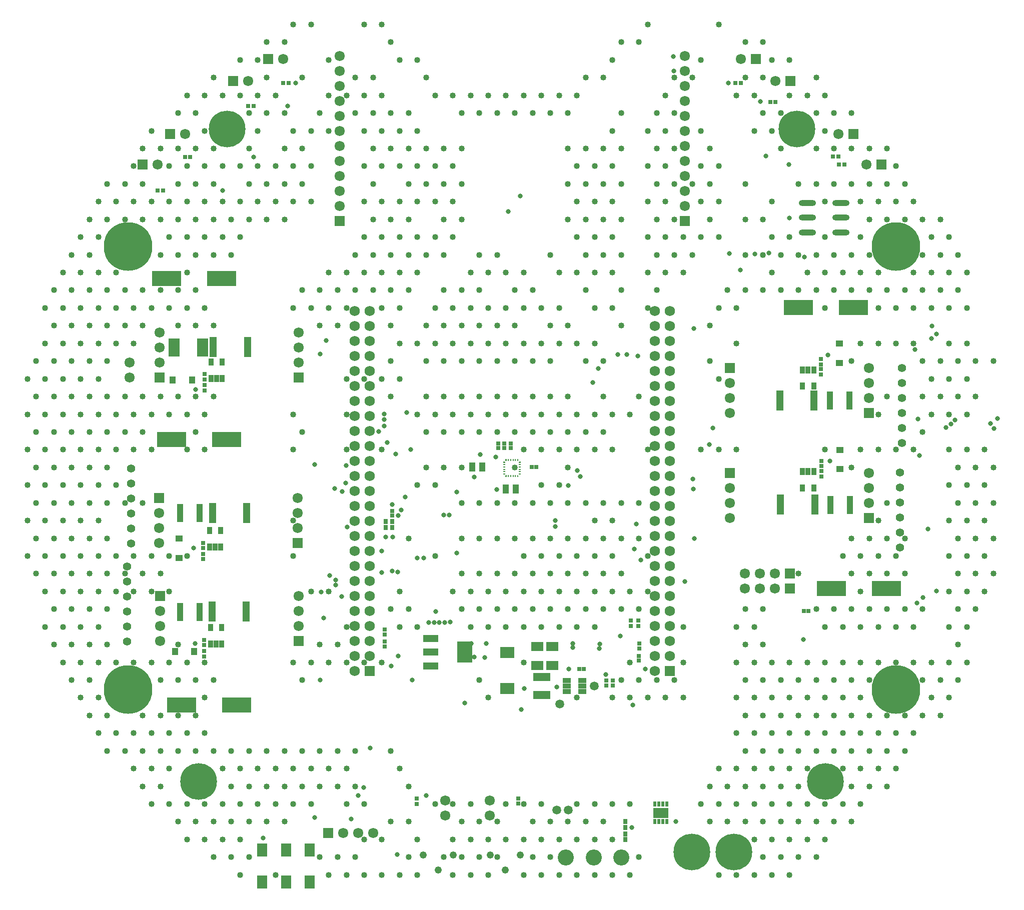
<source format=gts>
G04*
G04 #@! TF.GenerationSoftware,Altium Limited,Altium Designer,20.1.11 (218)*
G04*
G04 Layer_Color=8388736*
%FSLAX25Y25*%
%MOIN*%
G70*
G04*
G04 #@! TF.SameCoordinates,DC62774E-AE12-477B-97F5-19A81F94617E*
G04*
G04*
G04 #@! TF.FilePolarity,Negative*
G04*
G01*
G75*
%ADD22C,0.00709*%
%ADD23R,0.01378X0.00787*%
%ADD24R,0.00787X0.01378*%
%ADD42R,0.04134X0.11929*%
%ADD43R,0.03228X0.04803*%
%ADD44R,0.11496X0.05394*%
%ADD45R,0.09528X0.07559*%
%ADD46R,0.04213X0.05984*%
%ADD47R,0.02913X0.02913*%
%ADD48R,0.02913X0.02913*%
%ADD49R,0.04331X0.04882*%
%ADD50R,0.03032X0.02638*%
%ADD51R,0.04882X0.04331*%
%ADD52R,0.05394X0.03228*%
%ADD53R,0.10315X0.04803*%
%ADD54R,0.10315X0.13858*%
%ADD55O,0.11496X0.04016*%
%ADD56R,0.10118X0.07087*%
%ADD57R,0.02244X0.03622*%
%ADD58R,0.07165X0.08740*%
%ADD59R,0.19370X0.09921*%
%ADD60R,0.05000X0.13661*%
%ADD61R,0.08346X0.06181*%
%ADD62R,0.02835X0.03228*%
%ADD63R,0.07480X0.12480*%
%ADD64R,0.02638X0.03032*%
%ADD65C,0.06866*%
%ADD66R,0.06866X0.06866*%
%ADD67C,0.04803*%
%ADD68C,0.06772*%
%ADD69R,0.06772X0.06772*%
%ADD70R,0.06772X0.06772*%
%ADD71C,0.10709*%
%ADD72C,0.24488*%
%ADD73C,0.05591*%
%ADD74C,0.32362*%
%ADD75C,0.04016*%
%ADD76C,0.03228*%
%ADD77C,0.05866*%
G36*
X-4567Y-4012D02*
X-4886Y-4331D01*
X-5945D01*
Y-3543D01*
X-4567D01*
Y-4012D01*
D02*
G37*
G36*
X-3543Y-5945D02*
X-4331D01*
Y-4886D01*
X-4012Y-4567D01*
X-3543D01*
Y-5945D01*
D02*
G37*
G36*
X-4567Y4012D02*
Y3543D01*
X-5945D01*
Y4331D01*
X-4886D01*
X-4567Y4012D01*
D02*
G37*
G36*
X-3543Y4567D02*
X-4012D01*
X-4331Y4886D01*
Y5945D01*
X-3543D01*
Y4567D01*
D02*
G37*
G36*
X4331Y-4886D02*
Y-5945D01*
X3543D01*
Y-4567D01*
X4012D01*
X4331Y-4886D01*
D02*
G37*
G36*
X5945Y-4331D02*
X4886D01*
X4567Y-4012D01*
Y-3543D01*
X5945D01*
Y-4331D01*
D02*
G37*
G36*
X4331Y4886D02*
X4012Y4567D01*
X3543D01*
Y5945D01*
X4331D01*
Y4886D01*
D02*
G37*
G36*
X5945Y3543D02*
X4567D01*
Y4012D01*
X4886Y4331D01*
X5945D01*
Y3543D01*
D02*
G37*
D22*
X-5256Y-3937D02*
D03*
Y3937D02*
D03*
X5256D02*
D03*
Y-3937D02*
D03*
X-3937Y5256D02*
D03*
X3937D02*
D03*
Y-5256D02*
D03*
X-3937D02*
D03*
D23*
X-5256Y-2362D02*
D03*
Y-787D02*
D03*
Y787D02*
D03*
Y2362D02*
D03*
X5256D02*
D03*
Y787D02*
D03*
Y-787D02*
D03*
Y-2362D02*
D03*
D24*
X-2362Y5256D02*
D03*
X-787D02*
D03*
X787D02*
D03*
X2362D02*
D03*
Y-5256D02*
D03*
X787D02*
D03*
X-787D02*
D03*
X-2362D02*
D03*
D42*
X-208032Y-30047D02*
D03*
X-221102D02*
D03*
X-208032Y-95923D02*
D03*
X-221102D02*
D03*
X211870Y45197D02*
D03*
X224941D02*
D03*
X212067Y-24606D02*
D03*
X225138D02*
D03*
D43*
X-200591Y59842D02*
D03*
Y70669D02*
D03*
X-193110D02*
D03*
Y59842D02*
D03*
X-196850D02*
D03*
X-200787Y-117126D02*
D03*
X-197047D02*
D03*
X-193307D02*
D03*
Y-106299D02*
D03*
X-200787D02*
D03*
X-201476Y-52461D02*
D03*
X-197736D02*
D03*
X-193996D02*
D03*
Y-41634D02*
D03*
X-201476D02*
D03*
X201063Y-13216D02*
D03*
X193583D02*
D03*
Y-2390D02*
D03*
X197323D02*
D03*
X201063D02*
D03*
X201083Y54724D02*
D03*
X193602D02*
D03*
Y65551D02*
D03*
X197343D02*
D03*
X201083D02*
D03*
D44*
X19823Y-151209D02*
D03*
Y-139398D02*
D03*
D45*
X-3177Y-122803D02*
D03*
Y-146819D02*
D03*
D46*
X2559Y-14075D02*
D03*
X-4134D02*
D03*
X-19882Y787D02*
D03*
X-26575D02*
D03*
D47*
X16240D02*
D03*
X13091D02*
D03*
X194488Y-95276D02*
D03*
X197638D02*
D03*
X44748Y-133803D02*
D03*
X47898D02*
D03*
D48*
X-9252Y16550D02*
D03*
Y13401D02*
D03*
X-5118Y16550D02*
D03*
Y13401D02*
D03*
X-787Y16550D02*
D03*
Y13401D02*
D03*
X-79677Y-31721D02*
D03*
Y-28571D02*
D03*
X84685Y-125140D02*
D03*
Y-128289D02*
D03*
X84819Y-117069D02*
D03*
Y-120219D02*
D03*
X-84677Y-110878D02*
D03*
Y-107728D02*
D03*
Y-115728D02*
D03*
Y-118878D02*
D03*
D49*
X-224547Y-122384D02*
D03*
X-211673D02*
D03*
X-225965Y58563D02*
D03*
X-213090D02*
D03*
D50*
X-204980Y-125534D02*
D03*
Y-121990D02*
D03*
X206323Y1238D02*
D03*
Y4781D02*
D03*
X206004Y69193D02*
D03*
Y72736D02*
D03*
X-205669Y-60658D02*
D03*
Y-57114D02*
D03*
X-204725Y51703D02*
D03*
Y55246D02*
D03*
X-63484Y-220276D02*
D03*
Y-223819D02*
D03*
X84323Y-105213D02*
D03*
Y-101670D02*
D03*
X4232Y-220177D02*
D03*
Y-223721D02*
D03*
X62823Y-141532D02*
D03*
Y-145075D02*
D03*
X67170Y-145075D02*
D03*
Y-141532D02*
D03*
X79323Y-101670D02*
D03*
Y-105213D02*
D03*
X-204980Y-117996D02*
D03*
Y-114453D02*
D03*
X-205669Y-53319D02*
D03*
Y-49776D02*
D03*
X206323Y-5575D02*
D03*
Y-2032D02*
D03*
X205823Y62425D02*
D03*
Y65969D02*
D03*
X-204677Y59087D02*
D03*
Y62630D02*
D03*
D51*
X218405Y-671D02*
D03*
Y12203D02*
D03*
X218209Y70039D02*
D03*
Y82913D02*
D03*
X-221752Y-47008D02*
D03*
Y-59882D02*
D03*
D52*
X36705Y-141563D02*
D03*
Y-145303D02*
D03*
Y-149043D02*
D03*
X46941D02*
D03*
Y-145303D02*
D03*
Y-141563D02*
D03*
D53*
X-54177Y-113693D02*
D03*
Y-122748D02*
D03*
Y-131803D02*
D03*
D54*
X-31343Y-122748D02*
D03*
D55*
X219291Y157087D02*
D03*
Y166929D02*
D03*
Y176772D02*
D03*
X196850Y157087D02*
D03*
Y166929D02*
D03*
Y176772D02*
D03*
D56*
X99213Y-229823D02*
D03*
D57*
X95374Y-224016D02*
D03*
X97933D02*
D03*
X100492D02*
D03*
X103051D02*
D03*
Y-235630D02*
D03*
X100492D02*
D03*
X97933D02*
D03*
X95374D02*
D03*
D58*
X-134843Y-254528D02*
D03*
Y-275787D02*
D03*
X-166339D02*
D03*
Y-254528D02*
D03*
X-150591Y-275787D02*
D03*
Y-254528D02*
D03*
D59*
X-193602Y126279D02*
D03*
X-230217D02*
D03*
X-183366Y-157874D02*
D03*
X-219980D02*
D03*
X-226870Y18996D02*
D03*
X-190256D02*
D03*
X212795Y-80118D02*
D03*
X249409D02*
D03*
X190847Y106988D02*
D03*
X227461D02*
D03*
D60*
X-199094Y80858D02*
D03*
X-176260D02*
D03*
X-177063Y-95724D02*
D03*
X-199898D02*
D03*
X-176752Y-30047D02*
D03*
X-199587D02*
D03*
X201740Y-24303D02*
D03*
X178905D02*
D03*
X201240Y45197D02*
D03*
X178405D02*
D03*
D61*
X16964Y-131507D02*
D03*
Y-118909D02*
D03*
X26823Y-131507D02*
D03*
Y-118909D02*
D03*
D62*
X75394Y-247736D02*
D03*
Y-243799D02*
D03*
X-84153Y-35728D02*
D03*
Y-39665D02*
D03*
X-79823Y-35671D02*
D03*
Y-39608D02*
D03*
X75394Y-239567D02*
D03*
Y-235630D02*
D03*
D63*
X-225087Y80358D02*
D03*
X-206268D02*
D03*
D64*
X-217913Y207382D02*
D03*
X-214370D02*
D03*
X217421Y207874D02*
D03*
X213878D02*
D03*
X221555Y202260D02*
D03*
X218012D02*
D03*
X-232480Y185039D02*
D03*
X-236024D02*
D03*
X-152362Y256791D02*
D03*
X-148819D02*
D03*
X175689Y244142D02*
D03*
X172146D02*
D03*
X-175689Y241535D02*
D03*
X-172146D02*
D03*
X152461Y256594D02*
D03*
X148917D02*
D03*
D65*
X95323Y104697D02*
D03*
X105323D02*
D03*
X95323Y94697D02*
D03*
X105323D02*
D03*
X95323Y84697D02*
D03*
X105323D02*
D03*
X95323Y74697D02*
D03*
X105323D02*
D03*
X95323Y64697D02*
D03*
X105323D02*
D03*
X95323Y54697D02*
D03*
X105323D02*
D03*
X95323Y44697D02*
D03*
X105323D02*
D03*
X95323Y34697D02*
D03*
X105323D02*
D03*
X95323Y24697D02*
D03*
X105323D02*
D03*
X95323Y14697D02*
D03*
X105323D02*
D03*
X95323Y4697D02*
D03*
X105323D02*
D03*
X95323Y-5303D02*
D03*
X105323D02*
D03*
X95323Y-15303D02*
D03*
X105323D02*
D03*
X95323Y-25303D02*
D03*
X105323D02*
D03*
X95323Y-35303D02*
D03*
X105323D02*
D03*
X95323Y-45303D02*
D03*
X105323D02*
D03*
X95323Y-55303D02*
D03*
X105323D02*
D03*
X95323Y-65303D02*
D03*
X105323D02*
D03*
X95323Y-75303D02*
D03*
X105323D02*
D03*
X95323Y-85303D02*
D03*
X105323D02*
D03*
X95323Y-95303D02*
D03*
X105323D02*
D03*
X95323Y-105303D02*
D03*
X105323D02*
D03*
X95323Y-115303D02*
D03*
X105323D02*
D03*
X95323Y-125303D02*
D03*
X105323D02*
D03*
X95323Y-135303D02*
D03*
X-104677Y104697D02*
D03*
X-94677D02*
D03*
X-104677Y94697D02*
D03*
X-94677D02*
D03*
X-104677Y84697D02*
D03*
X-94677D02*
D03*
X-104677Y74697D02*
D03*
X-94677D02*
D03*
X-104677Y64697D02*
D03*
X-94677D02*
D03*
X-104677Y54697D02*
D03*
X-94677D02*
D03*
X-104677Y44697D02*
D03*
X-94677D02*
D03*
X-104677Y34697D02*
D03*
X-94677D02*
D03*
X-104677Y24697D02*
D03*
X-94677D02*
D03*
X-104677Y14697D02*
D03*
X-94677D02*
D03*
X-104677Y4697D02*
D03*
X-94677D02*
D03*
X-104677Y-5303D02*
D03*
X-94677D02*
D03*
X-104677Y-15303D02*
D03*
X-94677D02*
D03*
X-104677Y-25303D02*
D03*
X-94677D02*
D03*
X-104677Y-35303D02*
D03*
X-94677D02*
D03*
X-104677Y-45303D02*
D03*
X-94677D02*
D03*
X-104677Y-55303D02*
D03*
X-94677D02*
D03*
X-104677Y-65303D02*
D03*
X-94677D02*
D03*
X-104677Y-75303D02*
D03*
X-94677D02*
D03*
X-104677Y-85303D02*
D03*
X-94677D02*
D03*
X-104677Y-95303D02*
D03*
X-94677D02*
D03*
X-104677Y-105303D02*
D03*
X-94677D02*
D03*
X-104677Y-115303D02*
D03*
X-94677D02*
D03*
X-104677Y-125303D02*
D03*
X-94677D02*
D03*
X-104677Y-135303D02*
D03*
D66*
X105323D02*
D03*
X-94677D02*
D03*
D67*
X-14429Y-257913D02*
D03*
X5571D02*
D03*
X-4429Y-267913D02*
D03*
X-59016Y-257913D02*
D03*
X-39016D02*
D03*
X-49016Y-267913D02*
D03*
D68*
X-92559Y-243307D02*
D03*
X-102559D02*
D03*
X-112559D02*
D03*
X-152480Y272764D02*
D03*
X217711Y222711D02*
D03*
X115323Y174697D02*
D03*
Y184697D02*
D03*
Y194697D02*
D03*
Y204697D02*
D03*
Y214697D02*
D03*
Y224697D02*
D03*
Y234697D02*
D03*
Y244697D02*
D03*
Y254697D02*
D03*
Y264697D02*
D03*
Y274697D02*
D03*
X155323Y-80303D02*
D03*
X165323D02*
D03*
X175323D02*
D03*
Y-70303D02*
D03*
X165323D02*
D03*
X155323D02*
D03*
X-234646Y90335D02*
D03*
Y80335D02*
D03*
Y70335D02*
D03*
X145323Y-13303D02*
D03*
Y-23303D02*
D03*
Y-33303D02*
D03*
X-44390Y-221772D02*
D03*
Y-231772D02*
D03*
X-114677Y174697D02*
D03*
Y184697D02*
D03*
Y194697D02*
D03*
Y204697D02*
D03*
Y214697D02*
D03*
Y224697D02*
D03*
Y234697D02*
D03*
Y244697D02*
D03*
Y254697D02*
D03*
Y264697D02*
D03*
Y274697D02*
D03*
X237823Y-23303D02*
D03*
Y-13303D02*
D03*
Y-3303D02*
D03*
X-235169Y-50047D02*
D03*
Y-40047D02*
D03*
Y-30047D02*
D03*
X-142669Y-20047D02*
D03*
Y-30047D02*
D03*
Y-40047D02*
D03*
X237823Y46697D02*
D03*
Y56697D02*
D03*
Y66697D02*
D03*
X145323Y56697D02*
D03*
Y46697D02*
D03*
Y36697D02*
D03*
X-234480Y-115224D02*
D03*
Y-105224D02*
D03*
Y-95224D02*
D03*
X-141980Y-85224D02*
D03*
Y-95224D02*
D03*
Y-105224D02*
D03*
X-254725Y70379D02*
D03*
Y60379D02*
D03*
X-14665Y-221772D02*
D03*
Y-231772D02*
D03*
X-142146Y90335D02*
D03*
Y80335D02*
D03*
Y70335D02*
D03*
X175654Y258001D02*
D03*
X-175654Y258001D02*
D03*
X152480Y272764D02*
D03*
X-217711Y222711D02*
D03*
X236274Y202453D02*
D03*
X-236274Y202453D02*
D03*
D69*
X-122559Y-243307D02*
D03*
X-162480Y272764D02*
D03*
X227711Y222711D02*
D03*
X185323Y-80303D02*
D03*
Y-70303D02*
D03*
X185654Y258001D02*
D03*
X-185654Y258001D02*
D03*
X162480Y272764D02*
D03*
X-227711Y222711D02*
D03*
X246274Y202453D02*
D03*
X-246274Y202453D02*
D03*
D70*
X115323Y164697D02*
D03*
X-234646Y60335D02*
D03*
X145323Y-3303D02*
D03*
X-114677Y164697D02*
D03*
X237823Y-33303D02*
D03*
X-235169Y-20047D02*
D03*
X-142669Y-50047D02*
D03*
X237823Y36697D02*
D03*
X145323Y66697D02*
D03*
X-234480Y-85224D02*
D03*
X-141980Y-115224D02*
D03*
X-142146Y60335D02*
D03*
D71*
X36024Y-259547D02*
D03*
X54528D02*
D03*
X73032D02*
D03*
D72*
X147953Y-255807D02*
D03*
X119764Y-255807D02*
D03*
X-189799Y226194D02*
D03*
X189799D02*
D03*
X208791Y-208791D02*
D03*
X-208791D02*
D03*
D73*
X-256299Y-115630D02*
D03*
Y-105630D02*
D03*
Y-95630D02*
D03*
Y-85630D02*
D03*
Y-75630D02*
D03*
Y-65630D02*
D03*
X259744Y16809D02*
D03*
Y26809D02*
D03*
Y36809D02*
D03*
Y46809D02*
D03*
Y56809D02*
D03*
Y66809D02*
D03*
X258563Y-53014D02*
D03*
Y-43014D02*
D03*
Y-33014D02*
D03*
Y-23014D02*
D03*
Y-13014D02*
D03*
Y-3014D02*
D03*
X-253839Y-50413D02*
D03*
Y-40413D02*
D03*
Y-30413D02*
D03*
Y-20413D02*
D03*
Y-10413D02*
D03*
Y-413D02*
D03*
D74*
X255716Y147638D02*
D03*
Y-147638D02*
D03*
X-255716Y-147638D02*
D03*
Y147638D02*
D03*
D75*
X291357Y12268D02*
D03*
Y-11355D02*
D03*
Y-34977D02*
D03*
Y-82221D02*
D03*
Y-58599D02*
D03*
Y-105843D02*
D03*
X308849Y71323D02*
D03*
X320838D02*
D03*
X314933Y12268D02*
D03*
X320838Y457D02*
D03*
X314933Y-11355D02*
D03*
X320838Y-23166D02*
D03*
X314933Y-34977D02*
D03*
X320838Y-46788D02*
D03*
X314933Y-58599D02*
D03*
X320838Y-70410D02*
D03*
X314933Y-82221D02*
D03*
X303122Y130378D02*
D03*
Y106756D02*
D03*
Y83134D02*
D03*
Y59512D02*
D03*
X309027Y47701D02*
D03*
X303122Y35890D02*
D03*
Y12268D02*
D03*
X309027Y457D02*
D03*
X303122Y-11355D02*
D03*
X309027Y-23166D02*
D03*
X303122Y-34977D02*
D03*
X309027Y-46788D02*
D03*
X303122Y-58599D02*
D03*
X309027Y-70410D02*
D03*
X303122Y-82221D02*
D03*
X309027Y-94032D02*
D03*
X303122Y-105843D02*
D03*
Y-129465D02*
D03*
X291311Y154000D02*
D03*
X297216Y142189D02*
D03*
X291311Y130378D02*
D03*
X297216Y118567D02*
D03*
X291311Y106756D02*
D03*
Y83134D02*
D03*
X297216Y71323D02*
D03*
X291311Y59512D02*
D03*
X297216Y47701D02*
D03*
X291311Y35890D02*
D03*
X297216Y457D02*
D03*
Y-23166D02*
D03*
Y-46788D02*
D03*
Y-70410D02*
D03*
Y-94032D02*
D03*
Y-117654D02*
D03*
X291311Y-129465D02*
D03*
X297216Y-141276D02*
D03*
X291311Y-153087D02*
D03*
X285405Y165811D02*
D03*
X279500Y154000D02*
D03*
X285405Y142189D02*
D03*
X279500Y130378D02*
D03*
X285405Y118567D02*
D03*
X279500Y106756D02*
D03*
X285405Y71323D02*
D03*
X279500Y59512D02*
D03*
X285405Y47701D02*
D03*
X279500Y35890D02*
D03*
Y-129465D02*
D03*
X285405Y-141276D02*
D03*
X279500Y-153087D02*
D03*
X285405Y-164898D02*
D03*
X267689Y177622D02*
D03*
X273594Y165811D02*
D03*
Y142189D02*
D03*
X267689Y130378D02*
D03*
X273594Y118567D02*
D03*
X267689Y106756D02*
D03*
Y83134D02*
D03*
X273594Y71323D02*
D03*
Y47701D02*
D03*
Y24079D02*
D03*
X267689Y12268D02*
D03*
X273594Y-94032D02*
D03*
X267689Y-105843D02*
D03*
Y-129465D02*
D03*
X273594Y-141276D02*
D03*
Y-164898D02*
D03*
X267689Y-176709D02*
D03*
X255878Y201244D02*
D03*
X261783Y189433D02*
D03*
X255878Y177622D02*
D03*
X261783Y165811D02*
D03*
Y118567D02*
D03*
X255878Y106756D02*
D03*
Y83134D02*
D03*
Y12268D02*
D03*
X261783Y-46788D02*
D03*
X255878Y-58599D02*
D03*
X261783Y-70410D02*
D03*
Y-94032D02*
D03*
X255878Y-105843D02*
D03*
Y-129465D02*
D03*
X261783Y-164898D02*
D03*
X255878Y-176709D02*
D03*
X261783Y-188520D02*
D03*
X255878Y-200331D02*
D03*
X249972Y213055D02*
D03*
Y189433D02*
D03*
X244067Y177622D02*
D03*
X249972Y165811D02*
D03*
X244067Y130378D02*
D03*
X249972Y118567D02*
D03*
X244067Y106756D02*
D03*
Y83134D02*
D03*
X249972Y47701D02*
D03*
X244067Y35890D02*
D03*
Y12268D02*
D03*
X249972Y-23166D02*
D03*
X244067Y-34977D02*
D03*
X249972Y-46788D02*
D03*
X244067Y-58599D02*
D03*
X249972Y-70410D02*
D03*
Y-94032D02*
D03*
X244067Y-105843D02*
D03*
Y-129465D02*
D03*
X249972Y-164898D02*
D03*
X244067Y-176709D02*
D03*
X249972Y-188520D02*
D03*
X244067Y-200331D02*
D03*
X249972Y-212142D02*
D03*
X238161Y213055D02*
D03*
Y189433D02*
D03*
X232256Y177622D02*
D03*
X238161Y165811D02*
D03*
X232256Y154000D02*
D03*
X238161Y142189D02*
D03*
X232256Y130378D02*
D03*
X238161Y118567D02*
D03*
X232256Y83134D02*
D03*
Y12268D02*
D03*
X238161Y-46788D02*
D03*
X232256Y-58599D02*
D03*
X238161Y-70410D02*
D03*
X232256Y-82221D02*
D03*
X238161Y-94032D02*
D03*
X232256Y-105843D02*
D03*
Y-129465D02*
D03*
X238161Y-141276D02*
D03*
X232256Y-153087D02*
D03*
X238161Y-164898D02*
D03*
X232256Y-176709D02*
D03*
X238161Y-188520D02*
D03*
X232256Y-200331D02*
D03*
X238161Y-212142D02*
D03*
X232256Y-223953D02*
D03*
X226350Y236677D02*
D03*
Y213055D02*
D03*
Y189433D02*
D03*
Y142189D02*
D03*
X220445Y130378D02*
D03*
X226350Y118567D02*
D03*
Y71323D02*
D03*
Y457D02*
D03*
Y-46788D02*
D03*
X220445Y-58599D02*
D03*
X226350Y-70410D02*
D03*
Y-94032D02*
D03*
X220445Y-105843D02*
D03*
Y-129465D02*
D03*
X226350Y-141276D02*
D03*
X220445Y-153087D02*
D03*
X226350Y-164898D02*
D03*
X220445Y-176709D02*
D03*
X226350Y-188520D02*
D03*
X220445Y-200331D02*
D03*
X226350Y-212142D02*
D03*
X220445Y-223953D02*
D03*
X226350Y-235764D02*
D03*
X208634Y248488D02*
D03*
X214539Y236677D02*
D03*
X208634Y224866D02*
D03*
X214539Y213055D02*
D03*
Y189433D02*
D03*
X208634Y177622D02*
D03*
Y154000D02*
D03*
X214539Y142189D02*
D03*
X208634Y130378D02*
D03*
X214539Y118567D02*
D03*
X208634Y106756D02*
D03*
Y12268D02*
D03*
X214539Y-94032D02*
D03*
X208634Y-105843D02*
D03*
Y-129465D02*
D03*
X214539Y-141276D02*
D03*
X208634Y-153087D02*
D03*
X214539Y-164898D02*
D03*
X208634Y-176709D02*
D03*
X214539Y-188520D02*
D03*
X208634Y-223953D02*
D03*
X214539Y-235764D02*
D03*
X208634Y-247575D02*
D03*
X202728Y260299D02*
D03*
X196823Y248488D02*
D03*
X202728Y236677D02*
D03*
Y213055D02*
D03*
Y189433D02*
D03*
Y142189D02*
D03*
X196823Y130378D02*
D03*
X202728Y118567D02*
D03*
Y-94032D02*
D03*
X196823Y-129465D02*
D03*
X202728Y-141276D02*
D03*
X196823Y-153087D02*
D03*
X202728Y-164898D02*
D03*
X196823Y-176709D02*
D03*
X202728Y-188520D02*
D03*
X196823Y-200331D02*
D03*
Y-223953D02*
D03*
X202728Y-235764D02*
D03*
X196823Y-247575D02*
D03*
X202728Y-259386D02*
D03*
X185012Y272110D02*
D03*
Y248488D02*
D03*
X190917Y189433D02*
D03*
X185012Y154000D02*
D03*
X190917Y142189D02*
D03*
Y118567D02*
D03*
Y-70410D02*
D03*
X185012Y-129465D02*
D03*
X190917Y-141276D02*
D03*
X185012Y-153087D02*
D03*
X190917Y-164898D02*
D03*
X185012Y-176709D02*
D03*
X190917Y-188520D02*
D03*
X185012Y-200331D02*
D03*
X190917Y-212142D02*
D03*
X185012Y-223953D02*
D03*
X190917Y-235764D02*
D03*
X185012Y-247575D02*
D03*
X190917Y-259386D02*
D03*
X185012Y-271197D02*
D03*
X173201Y272110D02*
D03*
X179106Y236677D02*
D03*
X173201Y224866D02*
D03*
X179106Y213055D02*
D03*
X173201Y177622D02*
D03*
Y154000D02*
D03*
X179106Y142189D02*
D03*
X173201Y130378D02*
D03*
X179106Y118567D02*
D03*
X173201Y-129465D02*
D03*
X179106Y-141276D02*
D03*
X173201Y-153087D02*
D03*
X179106Y-164898D02*
D03*
X173201Y-176709D02*
D03*
X179106Y-188520D02*
D03*
X173201Y-200331D02*
D03*
X179106Y-212142D02*
D03*
X173201Y-223953D02*
D03*
X179106Y-235764D02*
D03*
X173201Y-247575D02*
D03*
X179106Y-259386D02*
D03*
X173201Y-271197D02*
D03*
X167295Y283921D02*
D03*
Y260299D02*
D03*
X161390Y248488D02*
D03*
X167295Y236677D02*
D03*
X161390Y224866D02*
D03*
X167295Y165811D02*
D03*
Y142189D02*
D03*
Y118567D02*
D03*
Y-94032D02*
D03*
X161390Y-105843D02*
D03*
X167295Y-117654D02*
D03*
X161390Y-129465D02*
D03*
X167295Y-141276D02*
D03*
X161390Y-153087D02*
D03*
X167295Y-164898D02*
D03*
X161390Y-176709D02*
D03*
X167295Y-188520D02*
D03*
X161390Y-200331D02*
D03*
X167295Y-212142D02*
D03*
X161390Y-223953D02*
D03*
X167295Y-235764D02*
D03*
X161390Y-247575D02*
D03*
X167295Y-259386D02*
D03*
X161390Y-271197D02*
D03*
X155484Y283921D02*
D03*
Y260299D02*
D03*
X149578Y248488D02*
D03*
X155484Y189433D02*
D03*
Y165811D02*
D03*
Y142189D02*
D03*
Y118567D02*
D03*
X149578Y106756D02*
D03*
Y83134D02*
D03*
Y12268D02*
D03*
X155484Y-94032D02*
D03*
X149578Y-105843D02*
D03*
X155484Y-117654D02*
D03*
X149578Y-129465D02*
D03*
X155484Y-141276D02*
D03*
X149578Y-153087D02*
D03*
X155484Y-164898D02*
D03*
X149578Y-176709D02*
D03*
X155484Y-188520D02*
D03*
X149578Y-200331D02*
D03*
X155484Y-212142D02*
D03*
X149578Y-223953D02*
D03*
X155484Y-235764D02*
D03*
X149578Y-271197D02*
D03*
X137768Y295732D02*
D03*
Y201244D02*
D03*
Y177622D02*
D03*
Y154000D02*
D03*
X143673Y118567D02*
D03*
X137768Y106756D02*
D03*
Y59512D02*
D03*
Y12268D02*
D03*
Y-200331D02*
D03*
X143673Y-212142D02*
D03*
X137768Y-223953D02*
D03*
X143673Y-235764D02*
D03*
X137768Y-271197D02*
D03*
X125956Y272110D02*
D03*
Y224866D02*
D03*
X131862Y213055D02*
D03*
X125956Y201244D02*
D03*
X131862Y189433D02*
D03*
X125956Y177622D02*
D03*
X131862Y165811D02*
D03*
X125956Y154000D02*
D03*
X131862Y94945D02*
D03*
Y71323D02*
D03*
X125956Y12268D02*
D03*
X131862Y-212142D02*
D03*
X125956Y-223953D02*
D03*
X131862Y-235764D02*
D03*
X120051Y260299D02*
D03*
Y189433D02*
D03*
X114145Y154000D02*
D03*
X120051Y142189D02*
D03*
X114145Y130378D02*
D03*
Y-105843D02*
D03*
Y-129465D02*
D03*
Y-153087D02*
D03*
X108240Y260299D02*
D03*
X102334Y248488D02*
D03*
X108240Y236677D02*
D03*
X102334Y224866D02*
D03*
X108240Y213055D02*
D03*
X102334Y201244D02*
D03*
X108240Y189433D02*
D03*
X102334Y177622D02*
D03*
X108240Y165811D02*
D03*
X102334Y154000D02*
D03*
X108240Y142189D02*
D03*
X102334Y130378D02*
D03*
X108240Y-141276D02*
D03*
X102334Y-153087D02*
D03*
X90523Y295732D02*
D03*
X96429Y236677D02*
D03*
X90523Y224866D02*
D03*
X96429Y213055D02*
D03*
X90523Y201244D02*
D03*
X96429Y189433D02*
D03*
X90523Y177622D02*
D03*
X96429Y165811D02*
D03*
X90523Y154000D02*
D03*
X96429Y142189D02*
D03*
X90523Y130378D02*
D03*
X96429Y118567D02*
D03*
X90523Y106756D02*
D03*
Y12268D02*
D03*
Y-58599D02*
D03*
Y-82221D02*
D03*
X96429Y-141276D02*
D03*
X90523Y-153087D02*
D03*
X84618Y283921D02*
D03*
Y47701D02*
D03*
X78712Y35890D02*
D03*
X84618Y-23166D02*
D03*
Y-46788D02*
D03*
X78712Y-82221D02*
D03*
X84618Y-94032D02*
D03*
X78712Y-129465D02*
D03*
X84618Y-141276D02*
D03*
X78712Y-153087D02*
D03*
Y-223953D02*
D03*
X84618Y-259386D02*
D03*
X78712Y-271197D02*
D03*
X72807Y283921D02*
D03*
X66901Y272110D02*
D03*
X72807Y236677D02*
D03*
X66901Y224866D02*
D03*
X72807Y213055D02*
D03*
X66901Y201244D02*
D03*
X72807Y189433D02*
D03*
X66901Y177622D02*
D03*
X72807Y165811D02*
D03*
X66901Y154000D02*
D03*
X72807Y142189D02*
D03*
X66901Y130378D02*
D03*
X72807Y118567D02*
D03*
X66901Y106756D02*
D03*
X72807Y94945D02*
D03*
X66901Y35890D02*
D03*
Y12268D02*
D03*
X72807Y-23166D02*
D03*
X66901Y-34977D02*
D03*
X72807Y-46788D02*
D03*
X66901Y-58599D02*
D03*
X72807Y-70410D02*
D03*
X66901Y-82221D02*
D03*
X72807Y-94032D02*
D03*
Y-141276D02*
D03*
X66901Y-153087D02*
D03*
Y-223953D02*
D03*
Y-247575D02*
D03*
Y-271197D02*
D03*
X60996Y260299D02*
D03*
Y213055D02*
D03*
X55090Y201244D02*
D03*
X60996Y189433D02*
D03*
X55090Y177622D02*
D03*
X60996Y165811D02*
D03*
X55090Y154000D02*
D03*
X60996Y142189D02*
D03*
X55090Y130378D02*
D03*
Y106756D02*
D03*
Y83134D02*
D03*
X60996Y71323D02*
D03*
Y47701D02*
D03*
X55090Y35890D02*
D03*
X60996Y24079D02*
D03*
X55090Y12268D02*
D03*
X60996Y-23166D02*
D03*
X55090Y-34977D02*
D03*
X60996Y-46788D02*
D03*
X55090Y-58599D02*
D03*
X60996Y-70410D02*
D03*
X55090Y-82221D02*
D03*
X60996Y-94032D02*
D03*
X55090Y-105843D02*
D03*
Y-223953D02*
D03*
X60996Y-235764D02*
D03*
X55090Y-247575D02*
D03*
Y-271197D02*
D03*
X49185Y260299D02*
D03*
X43279Y248488D02*
D03*
X49185Y213055D02*
D03*
X43279Y201244D02*
D03*
X49185Y189433D02*
D03*
X43279Y177622D02*
D03*
X49185Y165811D02*
D03*
X43279Y154000D02*
D03*
X49185Y142189D02*
D03*
X43279Y130378D02*
D03*
X49185Y118567D02*
D03*
X43279Y83134D02*
D03*
X49185Y71323D02*
D03*
X43279Y35890D02*
D03*
X49185Y24079D02*
D03*
X43279Y12268D02*
D03*
X49185Y-23166D02*
D03*
Y-46788D02*
D03*
X43279Y-58599D02*
D03*
X49185Y-70410D02*
D03*
X43279Y-82221D02*
D03*
X49185Y-94032D02*
D03*
X43279Y-105843D02*
D03*
Y-153087D02*
D03*
Y-223953D02*
D03*
X49185Y-235764D02*
D03*
X43279Y-247575D02*
D03*
Y-271197D02*
D03*
X31468Y248488D02*
D03*
X37374Y236677D02*
D03*
Y213055D02*
D03*
Y189433D02*
D03*
Y165811D02*
D03*
X31468Y130378D02*
D03*
Y106756D02*
D03*
X37374Y94945D02*
D03*
X31468Y83134D02*
D03*
X37374Y47701D02*
D03*
X31468Y35890D02*
D03*
X37374Y24079D02*
D03*
X31468Y12268D02*
D03*
X37374Y457D02*
D03*
X31468Y-11355D02*
D03*
X37374Y-23166D02*
D03*
Y-46788D02*
D03*
X31468Y-58599D02*
D03*
X37374Y-70410D02*
D03*
X31468Y-82221D02*
D03*
X37374Y-94032D02*
D03*
X31468Y-105843D02*
D03*
X37374Y-235764D02*
D03*
X31468Y-247575D02*
D03*
Y-271197D02*
D03*
X19657Y248488D02*
D03*
X25563Y236677D02*
D03*
Y142189D02*
D03*
X19657Y106756D02*
D03*
X25563Y94945D02*
D03*
X19657Y83134D02*
D03*
X25563Y71323D02*
D03*
Y47701D02*
D03*
X19657Y35890D02*
D03*
X25563Y24079D02*
D03*
X19657Y12268D02*
D03*
Y-11355D02*
D03*
X25563Y-23166D02*
D03*
Y-46788D02*
D03*
X19657Y-58599D02*
D03*
X25563Y-70410D02*
D03*
X19657Y-82221D02*
D03*
X25563Y-94032D02*
D03*
X19657Y-105843D02*
D03*
Y-223953D02*
D03*
X25563Y-235764D02*
D03*
X19657Y-247575D02*
D03*
X25563Y-259386D02*
D03*
X19657Y-271197D02*
D03*
X7846Y248488D02*
D03*
X13752Y236677D02*
D03*
X7846Y130378D02*
D03*
X13752Y118567D02*
D03*
X7846Y106756D02*
D03*
Y83134D02*
D03*
X13752Y71323D02*
D03*
Y47701D02*
D03*
X7846Y35890D02*
D03*
X13752Y24079D02*
D03*
X7846Y12268D02*
D03*
X13752Y-23166D02*
D03*
Y-46788D02*
D03*
X7846Y-58599D02*
D03*
X13752Y-70410D02*
D03*
X7846Y-82221D02*
D03*
X13752Y-94032D02*
D03*
X7846Y-105843D02*
D03*
Y-129465D02*
D03*
Y-223953D02*
D03*
X13752Y-235764D02*
D03*
X7846Y-247575D02*
D03*
X13752Y-259386D02*
D03*
X7846Y-271197D02*
D03*
X-3965Y248488D02*
D03*
X1941Y236677D02*
D03*
X-3965Y130378D02*
D03*
X1941Y118567D02*
D03*
X-3965Y106756D02*
D03*
X1941Y94945D02*
D03*
X-3965Y83134D02*
D03*
X1941Y71323D02*
D03*
Y47701D02*
D03*
X-3965Y35890D02*
D03*
X1941Y24079D02*
D03*
Y457D02*
D03*
Y-23166D02*
D03*
Y-46788D02*
D03*
Y-70410D02*
D03*
X-3965Y-82221D02*
D03*
X1941Y-94032D02*
D03*
X-3965Y-105843D02*
D03*
Y-223953D02*
D03*
Y-247575D02*
D03*
X-15776Y248488D02*
D03*
X-9870Y236677D02*
D03*
Y142189D02*
D03*
X-15776Y130378D02*
D03*
Y106756D02*
D03*
X-9870Y94945D02*
D03*
X-15776Y83134D02*
D03*
X-9870Y71323D02*
D03*
Y47701D02*
D03*
X-15776Y35890D02*
D03*
X-9870Y24079D02*
D03*
Y-23166D02*
D03*
Y-46788D02*
D03*
Y-70410D02*
D03*
X-15776Y-82221D02*
D03*
X-9870Y-94032D02*
D03*
X-15776Y-105843D02*
D03*
Y-153087D02*
D03*
X-9870Y-235764D02*
D03*
X-15776Y-247575D02*
D03*
X-9870Y-259386D02*
D03*
X-15776Y-271197D02*
D03*
X-27587Y248488D02*
D03*
X-21681Y236677D02*
D03*
Y142189D02*
D03*
X-27587Y130378D02*
D03*
X-21681Y118567D02*
D03*
X-27587Y106756D02*
D03*
X-21681Y94945D02*
D03*
X-27587Y83134D02*
D03*
X-21681Y71323D02*
D03*
Y47701D02*
D03*
X-27587Y35890D02*
D03*
X-21681Y24079D02*
D03*
Y-23166D02*
D03*
Y-46788D02*
D03*
Y-70410D02*
D03*
X-27587Y-82221D02*
D03*
X-21681Y-94032D02*
D03*
X-27587Y-105843D02*
D03*
X-21681Y-141276D02*
D03*
X-27587Y-223953D02*
D03*
X-21681Y-235764D02*
D03*
X-27587Y-247575D02*
D03*
X-21681Y-259386D02*
D03*
X-27587Y-271197D02*
D03*
X-39398Y248488D02*
D03*
X-33492Y236677D02*
D03*
Y213055D02*
D03*
X-39398Y201244D02*
D03*
X-33492Y189433D02*
D03*
X-39398Y177622D02*
D03*
X-33492Y165811D02*
D03*
X-39398Y154000D02*
D03*
X-33492Y118567D02*
D03*
X-39398Y106756D02*
D03*
X-33492Y94945D02*
D03*
X-39398Y83134D02*
D03*
X-33492Y71323D02*
D03*
Y47701D02*
D03*
X-39398Y35890D02*
D03*
X-33492Y24079D02*
D03*
Y457D02*
D03*
Y-23166D02*
D03*
Y-46788D02*
D03*
Y-70410D02*
D03*
X-39398Y-82221D02*
D03*
X-33492Y-94032D02*
D03*
X-39398Y-223953D02*
D03*
X-33492Y-235764D02*
D03*
X-39398Y-247575D02*
D03*
X-33492Y-259386D02*
D03*
X-39398Y-271197D02*
D03*
X-51209Y248488D02*
D03*
X-45303Y213055D02*
D03*
X-51209Y201244D02*
D03*
X-45303Y189433D02*
D03*
X-51209Y177622D02*
D03*
X-45303Y165811D02*
D03*
X-51209Y154000D02*
D03*
X-45303Y142189D02*
D03*
Y118567D02*
D03*
X-51209Y106756D02*
D03*
X-45303Y94945D02*
D03*
X-51209Y83134D02*
D03*
X-45303Y71323D02*
D03*
Y47701D02*
D03*
X-51209Y35890D02*
D03*
X-45303Y24079D02*
D03*
Y457D02*
D03*
X-51209Y-11355D02*
D03*
Y-58599D02*
D03*
Y-223953D02*
D03*
X-45303Y-259386D02*
D03*
X-63020Y272110D02*
D03*
X-57114Y260299D02*
D03*
X-63020Y224866D02*
D03*
X-57114Y213055D02*
D03*
X-63020Y201244D02*
D03*
X-57114Y189433D02*
D03*
X-63020Y177622D02*
D03*
Y154000D02*
D03*
X-57114Y142189D02*
D03*
X-63020Y130378D02*
D03*
X-57114Y94945D02*
D03*
X-63020Y83134D02*
D03*
X-57114Y71323D02*
D03*
Y47701D02*
D03*
X-63020Y35890D02*
D03*
X-57114Y24079D02*
D03*
Y457D02*
D03*
X-63020Y-11355D02*
D03*
Y-105843D02*
D03*
Y-247575D02*
D03*
Y-271197D02*
D03*
X-74831Y272110D02*
D03*
X-68925Y236677D02*
D03*
X-74831Y224866D02*
D03*
X-68925Y213055D02*
D03*
X-74831Y201244D02*
D03*
X-68925Y189433D02*
D03*
X-74831Y177622D02*
D03*
X-68925Y165811D02*
D03*
X-74831Y154000D02*
D03*
X-68925Y142189D02*
D03*
X-74831Y130378D02*
D03*
X-68925Y118567D02*
D03*
X-74831Y106756D02*
D03*
Y83134D02*
D03*
Y59512D02*
D03*
X-68925Y-46788D02*
D03*
X-74831Y-82221D02*
D03*
X-68925Y-94032D02*
D03*
X-74831Y-105843D02*
D03*
Y-200331D02*
D03*
X-68925Y-212142D02*
D03*
Y-235764D02*
D03*
Y-259386D02*
D03*
X-74831Y-271197D02*
D03*
X-86642Y295732D02*
D03*
X-80736Y283921D02*
D03*
X-86642Y248488D02*
D03*
X-80736Y236677D02*
D03*
X-86642Y224866D02*
D03*
X-80736Y213055D02*
D03*
X-86642Y201244D02*
D03*
Y177622D02*
D03*
X-80736Y165811D02*
D03*
X-86642Y154000D02*
D03*
X-80736Y142189D02*
D03*
X-86642Y130378D02*
D03*
X-80736Y118567D02*
D03*
X-86642Y106756D02*
D03*
X-80736Y94945D02*
D03*
Y71323D02*
D03*
X-86642Y59512D02*
D03*
X-80736Y47701D02*
D03*
X-86642Y12268D02*
D03*
X-80736Y-94032D02*
D03*
X-86642Y-129465D02*
D03*
X-80736Y-188520D02*
D03*
Y-235764D02*
D03*
X-86642Y-247575D02*
D03*
Y-271197D02*
D03*
X-98453Y295732D02*
D03*
X-92547Y260299D02*
D03*
X-98453Y248488D02*
D03*
X-92547Y236677D02*
D03*
X-98453Y224866D02*
D03*
X-92547Y213055D02*
D03*
X-98453Y201244D02*
D03*
X-92547Y189433D02*
D03*
X-98453Y177622D02*
D03*
X-92547Y165811D02*
D03*
X-98453Y154000D02*
D03*
X-92547Y142189D02*
D03*
X-98453Y130378D02*
D03*
X-92547Y118567D02*
D03*
X-98453Y59512D02*
D03*
Y-129465D02*
D03*
Y-223953D02*
D03*
Y-247575D02*
D03*
Y-271197D02*
D03*
X-104358Y260299D02*
D03*
X-110264Y248488D02*
D03*
X-104358Y236677D02*
D03*
Y142189D02*
D03*
X-110264Y130378D02*
D03*
X-104358Y118567D02*
D03*
X-110264Y106756D02*
D03*
Y59512D02*
D03*
Y35890D02*
D03*
Y12268D02*
D03*
Y-105843D02*
D03*
Y-129465D02*
D03*
X-104358Y-188520D02*
D03*
X-110264Y-200331D02*
D03*
X-104358Y-212142D02*
D03*
X-110264Y-223953D02*
D03*
X-104358Y-259386D02*
D03*
X-110264Y-271197D02*
D03*
X-122075Y272110D02*
D03*
Y248488D02*
D03*
Y224866D02*
D03*
Y130378D02*
D03*
X-116170Y118567D02*
D03*
X-122075Y106756D02*
D03*
X-116170Y94945D02*
D03*
X-122075Y-82221D02*
D03*
X-116170Y-117654D02*
D03*
X-122075Y-129465D02*
D03*
X-116170Y-188520D02*
D03*
X-122075Y-200331D02*
D03*
X-116170Y-212142D02*
D03*
Y-259386D02*
D03*
X-122075Y-271197D02*
D03*
X-133886Y295732D02*
D03*
X-127980Y236677D02*
D03*
X-133886Y224866D02*
D03*
Y201244D02*
D03*
Y177622D02*
D03*
X-127980Y118567D02*
D03*
X-133886Y106756D02*
D03*
X-127980Y94945D02*
D03*
X-133886Y-82221D02*
D03*
X-127980Y-117654D02*
D03*
X-133886Y-129465D02*
D03*
X-127980Y-188520D02*
D03*
X-133886Y-200331D02*
D03*
X-127980Y-212142D02*
D03*
X-133886Y-223953D02*
D03*
X-127980Y-259386D02*
D03*
X-145697Y295732D02*
D03*
X-139792Y260299D02*
D03*
X-145697Y224866D02*
D03*
X-139792Y213055D02*
D03*
X-145697Y201244D02*
D03*
X-139792Y189433D02*
D03*
X-145697Y177622D02*
D03*
X-139792Y118567D02*
D03*
X-145697Y106756D02*
D03*
Y35890D02*
D03*
X-139792Y24079D02*
D03*
X-145697Y12268D02*
D03*
Y-34977D02*
D03*
Y-58599D02*
D03*
Y-129465D02*
D03*
X-139792Y-141276D02*
D03*
Y-188520D02*
D03*
X-145697Y-200331D02*
D03*
X-139792Y-212142D02*
D03*
X-145697Y-223953D02*
D03*
X-151602Y283921D02*
D03*
X-157508Y248488D02*
D03*
X-151602Y236677D02*
D03*
Y213055D02*
D03*
X-157508Y201244D02*
D03*
X-151602Y189433D02*
D03*
X-157508Y177622D02*
D03*
X-151602Y165811D02*
D03*
Y-188520D02*
D03*
X-157508Y-200331D02*
D03*
X-151602Y-212142D02*
D03*
X-157508Y-223953D02*
D03*
X-151602Y-235764D02*
D03*
X-157508Y-271197D02*
D03*
X-163414Y283921D02*
D03*
X-169319Y272110D02*
D03*
X-163414Y260299D02*
D03*
X-169319Y248488D02*
D03*
X-163414Y236677D02*
D03*
X-169319Y224866D02*
D03*
Y201244D02*
D03*
X-163414Y189433D02*
D03*
X-169319Y177622D02*
D03*
X-163414Y165811D02*
D03*
Y-188520D02*
D03*
X-169319Y-200331D02*
D03*
X-163414Y-212142D02*
D03*
X-169319Y-223953D02*
D03*
X-163414Y-235764D02*
D03*
X-181130Y272110D02*
D03*
Y248488D02*
D03*
X-175225Y236677D02*
D03*
Y213055D02*
D03*
X-181130Y201244D02*
D03*
X-175225Y189433D02*
D03*
X-181130Y177622D02*
D03*
X-175225Y165811D02*
D03*
X-181130Y154000D02*
D03*
X-175225Y-188520D02*
D03*
X-181130Y-200331D02*
D03*
X-175225Y-212142D02*
D03*
X-181130Y-223953D02*
D03*
X-175225Y-235764D02*
D03*
X-181130Y-247575D02*
D03*
X-175225Y-259386D02*
D03*
X-181130Y-271197D02*
D03*
X-192941Y248488D02*
D03*
Y201244D02*
D03*
Y177622D02*
D03*
X-187036Y165811D02*
D03*
X-192941Y154000D02*
D03*
X-187036Y142189D02*
D03*
Y-188520D02*
D03*
X-192941Y-200331D02*
D03*
X-187036Y-212142D02*
D03*
X-192941Y-223953D02*
D03*
X-187036Y-235764D02*
D03*
X-192941Y-247575D02*
D03*
X-187036Y-259386D02*
D03*
X-198847Y260299D02*
D03*
X-204752Y248488D02*
D03*
Y224866D02*
D03*
X-198847Y213055D02*
D03*
X-204752Y201244D02*
D03*
X-198847Y189433D02*
D03*
X-204752Y177622D02*
D03*
X-198847Y165811D02*
D03*
X-204752Y154000D02*
D03*
X-198847Y142189D02*
D03*
X-204752Y106756D02*
D03*
X-198847Y94945D02*
D03*
Y47701D02*
D03*
X-204752Y35890D02*
D03*
Y12268D02*
D03*
Y-129465D02*
D03*
X-198847Y-141276D02*
D03*
X-204752Y-153087D02*
D03*
Y-176709D02*
D03*
X-198847Y-188520D02*
D03*
X-204752Y-223953D02*
D03*
X-198847Y-235764D02*
D03*
X-204752Y-247575D02*
D03*
X-198847Y-259386D02*
D03*
X-216563Y248488D02*
D03*
X-210658Y236677D02*
D03*
Y213055D02*
D03*
X-216563Y201244D02*
D03*
X-210658Y189433D02*
D03*
X-216563Y177622D02*
D03*
X-210658Y165811D02*
D03*
X-216563Y154000D02*
D03*
X-210658Y142189D02*
D03*
X-216563Y130378D02*
D03*
X-210658Y118567D02*
D03*
X-216563Y106756D02*
D03*
X-210658Y94945D02*
D03*
Y47701D02*
D03*
X-216563Y35890D02*
D03*
X-210658Y24079D02*
D03*
X-216563Y12268D02*
D03*
Y-58599D02*
D03*
Y-129465D02*
D03*
X-210658Y-141276D02*
D03*
Y-164898D02*
D03*
X-216563Y-176709D02*
D03*
X-210658Y-188520D02*
D03*
X-216563Y-223953D02*
D03*
X-210658Y-235764D02*
D03*
X-216563Y-247575D02*
D03*
X-222469Y236677D02*
D03*
Y213055D02*
D03*
X-228374Y201244D02*
D03*
X-222469Y189433D02*
D03*
X-228374Y177622D02*
D03*
X-222469Y165811D02*
D03*
X-228374Y154000D02*
D03*
X-222469Y142189D02*
D03*
Y118567D02*
D03*
X-228374Y106756D02*
D03*
X-222469Y94945D02*
D03*
Y47701D02*
D03*
X-228374Y35890D02*
D03*
Y-58599D02*
D03*
Y-82221D02*
D03*
X-222469Y-117654D02*
D03*
X-228374Y-129465D02*
D03*
X-222469Y-141276D02*
D03*
Y-164898D02*
D03*
X-228374Y-176709D02*
D03*
X-222469Y-188520D02*
D03*
X-228374Y-200331D02*
D03*
Y-223953D02*
D03*
X-222469Y-235764D02*
D03*
X-240185Y224866D02*
D03*
X-234280Y213055D02*
D03*
X-240185Y177622D02*
D03*
X-234280Y165811D02*
D03*
Y142189D02*
D03*
Y118567D02*
D03*
X-240185Y106756D02*
D03*
X-234280Y47701D02*
D03*
X-240185Y35890D02*
D03*
Y12268D02*
D03*
Y-58599D02*
D03*
X-234280Y-70410D02*
D03*
X-240185Y-82221D02*
D03*
Y-129465D02*
D03*
X-234280Y-141276D02*
D03*
Y-164898D02*
D03*
X-240185Y-176709D02*
D03*
X-234280Y-188520D02*
D03*
X-240185Y-200331D02*
D03*
X-234280Y-212142D02*
D03*
X-240185Y-223953D02*
D03*
X-246091Y213055D02*
D03*
X-251996Y201244D02*
D03*
X-246091Y189433D02*
D03*
X-251996Y177622D02*
D03*
X-246091Y165811D02*
D03*
Y118567D02*
D03*
X-251996Y106756D02*
D03*
X-246091Y94945D02*
D03*
X-251996Y83134D02*
D03*
X-246091Y47701D02*
D03*
X-251996Y35890D02*
D03*
X-246091Y24079D02*
D03*
X-251996Y12268D02*
D03*
X-246091Y-23166D02*
D03*
X-251996Y-58599D02*
D03*
X-246091Y-70410D02*
D03*
X-251996Y-82221D02*
D03*
Y-129465D02*
D03*
X-246091Y-164898D02*
D03*
X-251996Y-176709D02*
D03*
X-246091Y-188520D02*
D03*
X-251996Y-200331D02*
D03*
X-246091Y-212142D02*
D03*
X-257902Y189433D02*
D03*
X-263807Y177622D02*
D03*
X-257902Y165811D02*
D03*
X-263807Y130378D02*
D03*
X-257902Y118567D02*
D03*
X-263807Y106756D02*
D03*
X-257902Y94945D02*
D03*
X-263807Y83134D02*
D03*
X-257902Y47701D02*
D03*
X-263807Y35890D02*
D03*
X-257902Y24079D02*
D03*
X-263807Y12268D02*
D03*
Y-11355D02*
D03*
X-257902Y-23166D02*
D03*
X-263807Y-58599D02*
D03*
X-257902Y-70410D02*
D03*
X-263807Y-82221D02*
D03*
Y-129465D02*
D03*
Y-176709D02*
D03*
X-257902Y-188520D02*
D03*
X-269713Y189433D02*
D03*
X-275618Y177622D02*
D03*
X-269713Y165811D02*
D03*
X-275618Y154000D02*
D03*
Y130378D02*
D03*
X-269713Y118567D02*
D03*
X-275618Y106756D02*
D03*
X-269713Y94945D02*
D03*
X-275618Y83134D02*
D03*
X-269713Y71323D02*
D03*
X-275618Y59512D02*
D03*
X-269713Y47701D02*
D03*
X-275618Y35890D02*
D03*
X-269713Y24079D02*
D03*
X-275618Y12268D02*
D03*
X-269713Y457D02*
D03*
X-275618Y-11355D02*
D03*
X-269713Y-23166D02*
D03*
X-275618Y-34977D02*
D03*
X-269713Y-46788D02*
D03*
X-275618Y-58599D02*
D03*
X-269713Y-70410D02*
D03*
X-275618Y-82221D02*
D03*
X-269713Y-94032D02*
D03*
X-275618Y-105843D02*
D03*
X-269713Y-117654D02*
D03*
X-275618Y-129465D02*
D03*
Y-153087D02*
D03*
X-269713Y-164898D02*
D03*
X-275618Y-176709D02*
D03*
X-269713Y-188520D02*
D03*
X-281524Y165811D02*
D03*
X-287429Y154000D02*
D03*
X-281524Y142189D02*
D03*
X-287429Y130378D02*
D03*
X-281524Y118567D02*
D03*
X-287429Y106756D02*
D03*
X-281524Y94945D02*
D03*
X-287429Y83134D02*
D03*
X-281524Y71323D02*
D03*
X-287429Y59512D02*
D03*
X-281524Y47701D02*
D03*
X-287429Y35890D02*
D03*
X-281524Y24079D02*
D03*
X-287429Y12268D02*
D03*
X-281524Y457D02*
D03*
X-287429Y-11355D02*
D03*
X-281524Y-23166D02*
D03*
X-287429Y-34977D02*
D03*
X-281524Y-46788D02*
D03*
X-287429Y-58599D02*
D03*
X-281524Y-70410D02*
D03*
X-287429Y-82221D02*
D03*
X-281524Y-94032D02*
D03*
X-287429Y-105843D02*
D03*
X-281524Y-117654D02*
D03*
X-287429Y-129465D02*
D03*
X-281524Y-141276D02*
D03*
X-287429Y-153087D02*
D03*
X-281524Y-164898D02*
D03*
X-293335Y142189D02*
D03*
X-299240Y130378D02*
D03*
X-293335Y118567D02*
D03*
X-299240Y106756D02*
D03*
X-293335Y94945D02*
D03*
X-299240Y83134D02*
D03*
X-293335Y71323D02*
D03*
X-299240Y59512D02*
D03*
X-293335Y47701D02*
D03*
X-299240Y35890D02*
D03*
X-293335Y24079D02*
D03*
X-299240Y12268D02*
D03*
X-293335Y457D02*
D03*
X-299240Y-11355D02*
D03*
X-293335Y-23166D02*
D03*
X-299240Y-34977D02*
D03*
X-293335Y-46788D02*
D03*
X-299240Y-58599D02*
D03*
X-293335Y-70410D02*
D03*
X-299240Y-82221D02*
D03*
X-293335Y-94032D02*
D03*
X-299240Y-105843D02*
D03*
X-293335Y-117654D02*
D03*
X-299240Y-129465D02*
D03*
X-293335Y-141276D02*
D03*
X-305146Y118567D02*
D03*
X-311051Y106756D02*
D03*
X-305146Y94945D02*
D03*
X-311051Y83134D02*
D03*
X-305146Y71323D02*
D03*
X-311051Y59512D02*
D03*
X-305146Y47701D02*
D03*
X-311051Y35890D02*
D03*
X-305146Y24079D02*
D03*
X-311051Y12268D02*
D03*
X-305146Y457D02*
D03*
X-311051Y-11355D02*
D03*
X-305146Y-23166D02*
D03*
X-311051Y-34977D02*
D03*
X-305146Y-46788D02*
D03*
X-311051Y-58599D02*
D03*
X-305146Y-70410D02*
D03*
X-311051Y-82221D02*
D03*
X-305146Y-94032D02*
D03*
X-311051Y-105843D02*
D03*
X-305146Y-117654D02*
D03*
X-316957Y71323D02*
D03*
X-322862Y59512D02*
D03*
X-316957Y47701D02*
D03*
X-322862Y35890D02*
D03*
X-316957Y24079D02*
D03*
X-322862Y12268D02*
D03*
X-316957Y457D02*
D03*
X-322862Y-11355D02*
D03*
X-316957Y-23166D02*
D03*
X-322862Y-34977D02*
D03*
X-316957Y-46788D02*
D03*
X-322862Y-58599D02*
D03*
X-316957Y-70410D02*
D03*
D76*
X282794Y89411D02*
D03*
X-76042Y-69303D02*
D03*
X-85197Y27911D02*
D03*
X57579Y66437D02*
D03*
X-94488Y-186614D02*
D03*
X80512Y-157972D02*
D03*
X6299Y-161024D02*
D03*
X53740Y57185D02*
D03*
X-85126Y36167D02*
D03*
X-70276Y37213D02*
D03*
X-67618Y12402D02*
D03*
X-2362Y171063D02*
D03*
X-76386Y-257768D02*
D03*
X-57284Y-218307D02*
D03*
X5709Y181299D02*
D03*
X-88878Y24409D02*
D03*
X76575Y75787D02*
D03*
X83858Y74803D02*
D03*
X70669Y75787D02*
D03*
X109153Y-235630D02*
D03*
X79823Y-239665D02*
D03*
X-10728Y7492D02*
D03*
X-58760Y-59842D02*
D03*
X-62992D02*
D03*
X-25197Y-5945D02*
D03*
X-10073Y-14139D02*
D03*
X-20965Y9055D02*
D03*
X-75886Y-125303D02*
D03*
X-102559Y-218209D02*
D03*
X-165847Y-246555D02*
D03*
X-131502Y-233082D02*
D03*
X-106988Y-233957D02*
D03*
X-50787Y-95571D02*
D03*
X-31596Y-156602D02*
D03*
X-125394Y-100000D02*
D03*
X-127067Y-82579D02*
D03*
X-211127Y-117069D02*
D03*
X-212234Y-53319D02*
D03*
X194323Y-114370D02*
D03*
X152067Y132087D02*
D03*
X144980Y142913D02*
D03*
X171358Y143405D02*
D03*
X184843Y166831D02*
D03*
X184646Y202260D02*
D03*
X169193Y208071D02*
D03*
X165551Y244240D02*
D03*
X144095Y256594D02*
D03*
X-143996Y256890D02*
D03*
X-149606Y241535D02*
D03*
X-192913Y185039D02*
D03*
X-172146Y207382D02*
D03*
X107571Y274410D02*
D03*
X107776Y264862D02*
D03*
X-210630Y52490D02*
D03*
X210433Y75254D02*
D03*
X211713Y4880D02*
D03*
X-44786Y-102817D02*
D03*
X-45571Y-31439D02*
D03*
X-75689Y-31538D02*
D03*
X-48329Y-102817D02*
D03*
X268701Y79191D02*
D03*
X271555Y8325D02*
D03*
X-85197Y32242D02*
D03*
X37598Y-11656D02*
D03*
X323441Y33016D02*
D03*
X279527Y86474D02*
D03*
X318898Y29683D02*
D03*
X-109941Y-39313D02*
D03*
X-113386Y-85475D02*
D03*
X-113091Y-15494D02*
D03*
X-110925Y-9982D02*
D03*
X279724Y94742D02*
D03*
X289272Y27025D02*
D03*
X292421Y29388D02*
D03*
X295079Y32045D02*
D03*
X270571Y32833D02*
D03*
X-127709Y-141282D02*
D03*
X-66536D02*
D03*
X-80512Y-132030D02*
D03*
X88878Y-134097D02*
D03*
X62500Y-137640D02*
D03*
X72047Y-111951D02*
D03*
X40453Y-117069D02*
D03*
X58563Y-117167D02*
D03*
X58366Y-120219D02*
D03*
X194882Y140707D02*
D03*
X321358Y26337D02*
D03*
X-71063Y-19316D02*
D03*
X-86811Y-55356D02*
D03*
X-86713Y-69727D02*
D03*
X-73622Y-27896D02*
D03*
X-110532Y1730D02*
D03*
X-131595Y2518D02*
D03*
X28839Y-38821D02*
D03*
X28802Y-34999D02*
D03*
X45571Y-5707D02*
D03*
X-36713Y-16085D02*
D03*
X-36909Y-56537D02*
D03*
X-41634Y-31341D02*
D03*
X-77461Y9407D02*
D03*
X-79776Y-24254D02*
D03*
X-55416Y-103014D02*
D03*
X-51873Y-102817D02*
D03*
X-41242Y-102719D02*
D03*
X121161Y93167D02*
D03*
X282972Y-81931D02*
D03*
X-79728Y-68545D02*
D03*
X-79429Y-45809D02*
D03*
X-84055D02*
D03*
X-98721Y-212935D02*
D03*
X85827Y-61164D02*
D03*
X-82973Y17183D02*
D03*
X40453Y-119727D02*
D03*
X273720Y-86262D02*
D03*
X121653Y-46793D02*
D03*
X115256Y-75632D02*
D03*
X162008Y142872D02*
D03*
X277114Y-40677D02*
D03*
X269947Y-89801D02*
D03*
X43551Y-1602D02*
D03*
X120815Y-14102D02*
D03*
X120421Y-7213D02*
D03*
X131642Y15721D02*
D03*
X133905Y26744D02*
D03*
X-127709Y75957D02*
D03*
X-123673Y85110D02*
D03*
X-117965Y-13512D02*
D03*
X81642Y-53866D02*
D03*
X83020Y-37134D02*
D03*
X-117571Y-74446D02*
D03*
X-117571Y-78079D02*
D03*
X-121606Y-71681D02*
D03*
X29823Y-145803D02*
D03*
X8323Y-146803D02*
D03*
X-18177Y-126303D02*
D03*
X-25177Y-125803D02*
D03*
X-17177Y-116803D02*
D03*
X-27177D02*
D03*
X37823Y-133803D02*
D03*
D77*
X37402Y-228064D02*
D03*
X29921Y-227797D02*
D03*
X31791Y-157409D02*
D03*
X54823Y-145303D02*
D03*
M02*

</source>
